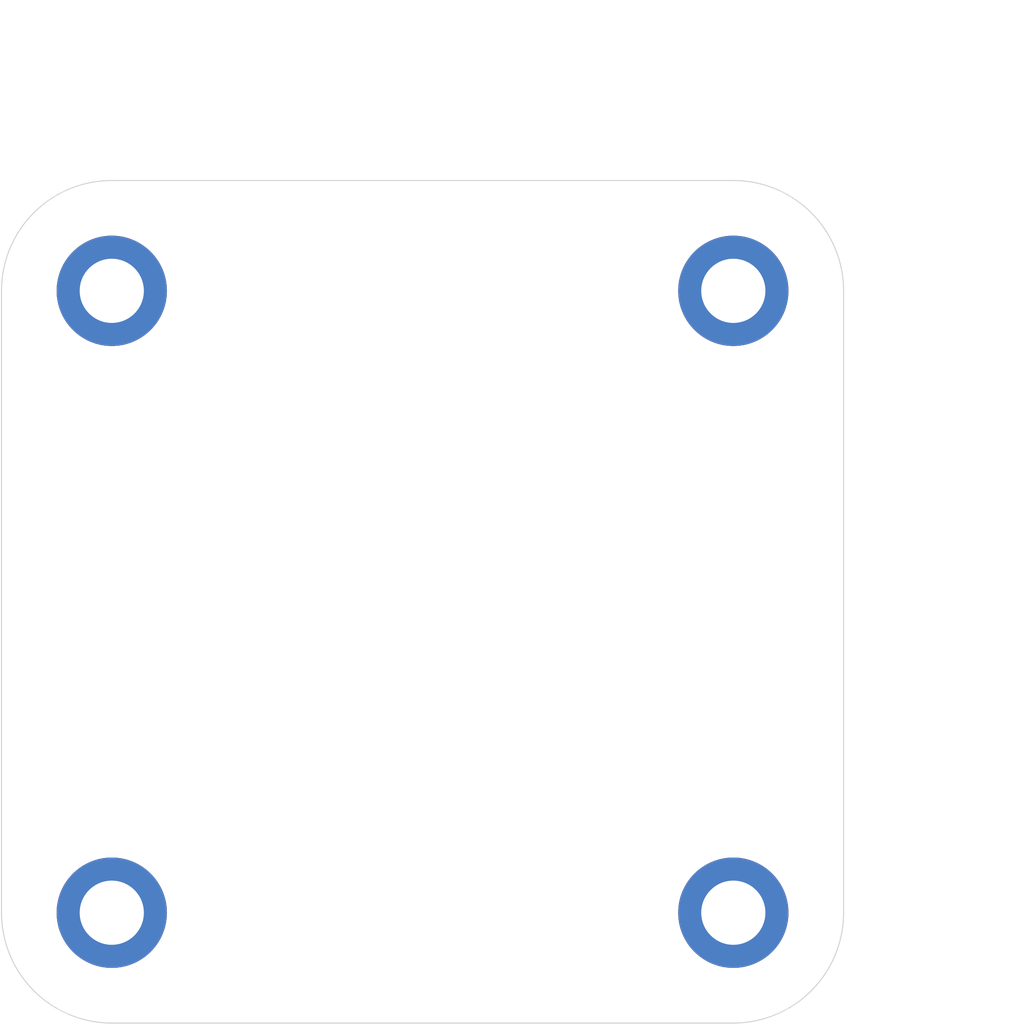
<source format=kicad_pcb>
(kicad_pcb (version 20171130) (host pcbnew "(5.1.8)-1")

  (general
    (thickness 1.6)
    (drawings 22)
    (tracks 0)
    (zones 0)
    (modules 4)
    (nets 1)
  )

  (page A4)
  (layers
    (0 F.Cu signal)
    (31 B.Cu signal)
    (32 B.Adhes user)
    (33 F.Adhes user)
    (34 B.Paste user)
    (35 F.Paste user)
    (36 B.SilkS user)
    (37 F.SilkS user)
    (38 B.Mask user)
    (39 F.Mask user)
    (40 Dwgs.User user)
    (41 Cmts.User user)
    (42 Eco1.User user)
    (43 Eco2.User user)
    (44 Edge.Cuts user)
    (45 Margin user)
    (46 B.CrtYd user)
    (47 F.CrtYd user)
    (48 B.Fab user hide)
    (49 F.Fab user hide)
  )

  (setup
    (last_trace_width 0.25)
    (trace_clearance 0.2)
    (zone_clearance 0.508)
    (zone_45_only no)
    (trace_min 0.2)
    (via_size 0.8)
    (via_drill 0.4)
    (via_min_size 0.4)
    (via_min_drill 0.3)
    (uvia_size 0.3)
    (uvia_drill 0.1)
    (uvias_allowed no)
    (uvia_min_size 0.2)
    (uvia_min_drill 0.1)
    (edge_width 0.05)
    (segment_width 0.2)
    (pcb_text_width 0.3)
    (pcb_text_size 1.5 1.5)
    (mod_edge_width 0.12)
    (mod_text_size 1 1)
    (mod_text_width 0.15)
    (pad_size 1.524 1.524)
    (pad_drill 0.762)
    (pad_to_mask_clearance 0)
    (aux_axis_origin 0 0)
    (visible_elements FFFFFF7F)
    (pcbplotparams
      (layerselection 0x010fc_ffffffff)
      (usegerberextensions false)
      (usegerberattributes true)
      (usegerberadvancedattributes true)
      (creategerberjobfile true)
      (excludeedgelayer true)
      (linewidth 0.100000)
      (plotframeref false)
      (viasonmask false)
      (mode 1)
      (useauxorigin false)
      (hpglpennumber 1)
      (hpglpenspeed 20)
      (hpglpendiameter 15.000000)
      (psnegative false)
      (psa4output false)
      (plotreference true)
      (plotvalue true)
      (plotinvisibletext false)
      (padsonsilk false)
      (subtractmaskfromsilk false)
      (outputformat 1)
      (mirror false)
      (drillshape 1)
      (scaleselection 1)
      (outputdirectory ""))
  )

  (net 0 "")

  (net_class Default "This is the default net class."
    (clearance 0.2)
    (trace_width 0.25)
    (via_dia 0.8)
    (via_drill 0.4)
    (uvia_dia 0.3)
    (uvia_drill 0.1)
  )

  (module MountingHole:MountingHole_3.2mm_M3_ISO14580_Pad (layer F.Cu) (tedit 56D1B4CB) (tstamp 602FD3D9)
    (at 165.5 44.5)
    (descr "Mounting Hole 3.2mm, M3, ISO14580")
    (tags "mounting hole 3.2mm m3 iso14580")
    (attr virtual)
    (fp_text reference REF** (at 0 -3.75) (layer F.Fab)
      (effects (font (size 1 1) (thickness 0.15)))
    )
    (fp_text value MountingHole_3.2mm_M3_ISO14580_Pad (at 0 3.75) (layer F.Fab)
      (effects (font (size 1 1) (thickness 0.15)))
    )
    (fp_circle (center 0 0) (end 2.75 0) (layer Cmts.User) (width 0.15))
    (fp_circle (center 0 0) (end 3 0) (layer F.CrtYd) (width 0.05))
    (fp_text user %R (at 0.3 0) (layer F.Fab)
      (effects (font (size 1 1) (thickness 0.15)))
    )
    (pad 1 thru_hole circle (at 0 0) (size 5.5 5.5) (drill 3.2) (layers *.Cu *.Mask))
  )

  (module MountingHole:MountingHole_3.2mm_M3_ISO14580_Pad (layer F.Cu) (tedit 56D1B4CB) (tstamp 602FD3D2)
    (at 165.5 75.5)
    (descr "Mounting Hole 3.2mm, M3, ISO14580")
    (tags "mounting hole 3.2mm m3 iso14580")
    (attr virtual)
    (fp_text reference REF** (at 0 -3.75) (layer F.Fab)
      (effects (font (size 1 1) (thickness 0.15)))
    )
    (fp_text value MountingHole_3.2mm_M3_ISO14580_Pad (at 0 3.75) (layer F.Fab)
      (effects (font (size 1 1) (thickness 0.15)))
    )
    (fp_circle (center 0 0) (end 2.75 0) (layer Cmts.User) (width 0.15))
    (fp_circle (center 0 0) (end 3 0) (layer F.CrtYd) (width 0.05))
    (fp_text user %R (at 0.3 0) (layer F.Fab)
      (effects (font (size 1 1) (thickness 0.15)))
    )
    (pad 1 thru_hole circle (at 0 0) (size 5.5 5.5) (drill 3.2) (layers *.Cu *.Mask))
  )

  (module MountingHole:MountingHole_3.2mm_M3_ISO14580_Pad (layer F.Cu) (tedit 56D1B4CB) (tstamp 602FD3CB)
    (at 134.5 44.5)
    (descr "Mounting Hole 3.2mm, M3, ISO14580")
    (tags "mounting hole 3.2mm m3 iso14580")
    (attr virtual)
    (fp_text reference REF** (at 0 -3.75) (layer F.Fab)
      (effects (font (size 1 1) (thickness 0.15)))
    )
    (fp_text value MountingHole_3.2mm_M3_ISO14580_Pad (at 0 3.75) (layer F.Fab)
      (effects (font (size 1 1) (thickness 0.15)))
    )
    (fp_circle (center 0 0) (end 2.75 0) (layer Cmts.User) (width 0.15))
    (fp_circle (center 0 0) (end 3 0) (layer F.CrtYd) (width 0.05))
    (fp_text user %R (at 0.3 0) (layer F.Fab)
      (effects (font (size 1 1) (thickness 0.15)))
    )
    (pad 1 thru_hole circle (at 0 0) (size 5.5 5.5) (drill 3.2) (layers *.Cu *.Mask))
  )

  (module MountingHole:MountingHole_3.2mm_M3_ISO14580_Pad (layer F.Cu) (tedit 56D1B4CB) (tstamp 602FD3C4)
    (at 134.5 75.5)
    (descr "Mounting Hole 3.2mm, M3, ISO14580")
    (tags "mounting hole 3.2mm m3 iso14580")
    (attr virtual)
    (fp_text reference REF** (at 0 -3.75) (layer F.Fab)
      (effects (font (size 1 1) (thickness 0.15)))
    )
    (fp_text value MountingHole_3.2mm_M3_ISO14580_Pad (at 0 3.75) (layer F.Fab)
      (effects (font (size 1 1) (thickness 0.15)))
    )
    (fp_circle (center 0 0) (end 2.75 0) (layer Cmts.User) (width 0.15))
    (fp_circle (center 0 0) (end 3 0) (layer F.CrtYd) (width 0.05))
    (fp_text user %R (at 0.3 0) (layer F.Fab)
      (effects (font (size 1 1) (thickness 0.15)))
    )
    (pad 1 thru_hole circle (at 0 0) (size 5.5 5.5) (drill 3.2) (layers *.Cu *.Mask))
  )

  (gr_line (start 134.5 81) (end 165.5 81) (layer Edge.Cuts) (width 0.05) (tstamp 602FD414))
  (gr_line (start 129 44.5) (end 129 75.5) (layer Edge.Cuts) (width 0.05) (tstamp 602FD413))
  (gr_line (start 165.5 39) (end 134.5 39) (layer Edge.Cuts) (width 0.05) (tstamp 602FD412))
  (gr_line (start 171 75.5) (end 171 44.5) (layer Edge.Cuts) (width 0.05) (tstamp 602FD411))
  (gr_arc (start 165.5 75.5) (end 165.5 81) (angle -90) (layer Edge.Cuts) (width 0.05))
  (gr_arc (start 134.5 75.5) (end 129 75.5) (angle -90) (layer Edge.Cuts) (width 0.05))
  (gr_arc (start 134.5 44.5) (end 134.5 39) (angle -90) (layer Edge.Cuts) (width 0.05))
  (dimension 15.5 (width 0.15) (layer Dwgs.User)
    (gr_text "15.500 mm" (at 142.25 34.7) (layer Dwgs.User)
      (effects (font (size 1 1) (thickness 0.15)))
    )
    (feature1 (pts (xy 134.5 36) (xy 134.5 35.413579)))
    (feature2 (pts (xy 150 36) (xy 150 35.413579)))
    (crossbar (pts (xy 150 36) (xy 134.5 36)))
    (arrow1a (pts (xy 134.5 36) (xy 135.626504 35.413579)))
    (arrow1b (pts (xy 134.5 36) (xy 135.626504 36.586421)))
    (arrow2a (pts (xy 150 36) (xy 148.873496 35.413579)))
    (arrow2b (pts (xy 150 36) (xy 148.873496 36.586421)))
  )
  (dimension 15.5 (width 0.15) (layer Dwgs.User)
    (gr_text "15.500 mm" (at 172.2 67.75 270) (layer Dwgs.User)
      (effects (font (size 1 1) (thickness 0.15)))
    )
    (feature1 (pts (xy 173.5 75.5) (xy 172.913579 75.5)))
    (feature2 (pts (xy 173.5 60) (xy 172.913579 60)))
    (crossbar (pts (xy 173.5 60) (xy 173.5 75.5)))
    (arrow1a (pts (xy 173.5 75.5) (xy 172.913579 74.373496)))
    (arrow1b (pts (xy 173.5 75.5) (xy 174.086421 74.373496)))
    (arrow2a (pts (xy 173.5 60) (xy 172.913579 61.126504)))
    (arrow2b (pts (xy 173.5 60) (xy 174.086421 61.126504)))
  )
  (gr_arc (start 165.5 44.5) (end 171 44.5) (angle -90) (layer Edge.Cuts) (width 0.05))
  (gr_circle (center 165.5 75.5) (end 165.5 79.5) (layer Dwgs.User) (width 0.15) (tstamp 602FD3C3))
  (gr_circle (center 134.5 44.5) (end 134.5 48.5) (layer Dwgs.User) (width 0.15) (tstamp 602FD3C2))
  (gr_circle (center 165.5 44.5) (end 165.5 48.5) (layer Dwgs.User) (width 0.15) (tstamp 602FD3C1))
  (gr_circle (center 134.5 75.5) (end 134.5 79.5) (layer Dwgs.User) (width 0.15) (tstamp 602FD3C0))
  (dimension 15.5 (width 0.15) (layer Dwgs.User)
    (gr_text "15.500 mm" (at 174.8 52.25 90) (layer Dwgs.User)
      (effects (font (size 1 1) (thickness 0.15)))
    )
    (feature1 (pts (xy 173.5 44.5) (xy 174.086421 44.5)))
    (feature2 (pts (xy 173.5 60) (xy 174.086421 60)))
    (crossbar (pts (xy 173.5 60) (xy 173.5 44.5)))
    (arrow1a (pts (xy 173.5 44.5) (xy 174.086421 45.626504)))
    (arrow1b (pts (xy 173.5 44.5) (xy 172.913579 45.626504)))
    (arrow2a (pts (xy 173.5 60) (xy 174.086421 58.873496)))
    (arrow2b (pts (xy 173.5 60) (xy 172.913579 58.873496)))
  )
  (dimension 15.5 (width 0.15) (layer Dwgs.User)
    (gr_text "15.500 mm" (at 157.75 37.3) (layer Dwgs.User)
      (effects (font (size 1 1) (thickness 0.15)))
    )
    (feature1 (pts (xy 165.5 36) (xy 165.5 36.586421)))
    (feature2 (pts (xy 150 36) (xy 150 36.586421)))
    (crossbar (pts (xy 150 36) (xy 165.5 36)))
    (arrow1a (pts (xy 165.5 36) (xy 164.373496 36.586421)))
    (arrow1b (pts (xy 165.5 36) (xy 164.373496 35.413579)))
    (arrow2a (pts (xy 150 36) (xy 151.126504 36.586421)))
    (arrow2b (pts (xy 150 36) (xy 151.126504 35.413579)))
  )
  (dimension 42 (width 0.15) (layer Dwgs.User)
    (gr_text "42.000 mm" (at 175.7 60 270) (layer Dwgs.User)
      (effects (font (size 1 1) (thickness 0.15)))
    )
    (feature1 (pts (xy 177 81) (xy 176.413579 81)))
    (feature2 (pts (xy 177 39) (xy 176.413579 39)))
    (crossbar (pts (xy 177 39) (xy 177 81)))
    (arrow1a (pts (xy 177 81) (xy 176.413579 79.873496)))
    (arrow1b (pts (xy 177 81) (xy 177.586421 79.873496)))
    (arrow2a (pts (xy 177 39) (xy 176.413579 40.126504)))
    (arrow2b (pts (xy 177 39) (xy 177.586421 40.126504)))
  )
  (dimension 42 (width 0.15) (layer Dwgs.User)
    (gr_text "42.000 mm" (at 150 33.3) (layer Dwgs.User)
      (effects (font (size 1 1) (thickness 0.15)))
    )
    (feature1 (pts (xy 171 32) (xy 171 32.586421)))
    (feature2 (pts (xy 129 32) (xy 129 32.586421)))
    (crossbar (pts (xy 129 32) (xy 171 32)))
    (arrow1a (pts (xy 171 32) (xy 169.873496 32.586421)))
    (arrow1b (pts (xy 171 32) (xy 169.873496 31.413579)))
    (arrow2a (pts (xy 129 32) (xy 130.126504 32.586421)))
    (arrow2b (pts (xy 129 32) (xy 130.126504 31.413579)))
  )
  (gr_line (start 171 81) (end 171 39) (layer Dwgs.User) (width 0.15) (tstamp 602FD3BA))
  (gr_line (start 129 81) (end 171 81) (layer Dwgs.User) (width 0.15))
  (gr_line (start 129 39) (end 129 81) (layer Dwgs.User) (width 0.15))
  (gr_line (start 129 39) (end 171 39) (layer Dwgs.User) (width 0.15))

)

</source>
